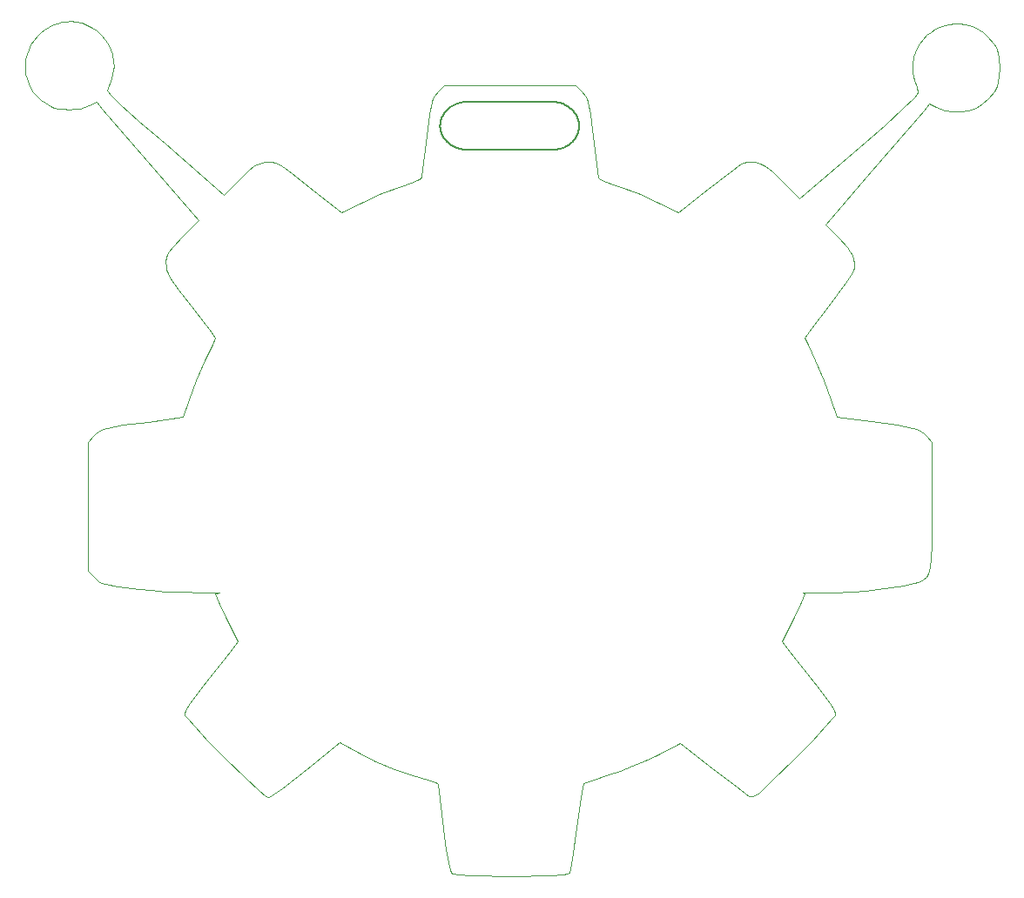
<source format=gbr>
G04 #@! TF.GenerationSoftware,KiCad,Pcbnew,5.0.0-rc2-dev-unknown-5e5e80d~64~ubuntu16.04.1*
G04 #@! TF.CreationDate,2018-05-04T15:58:43+02:00*
G04 #@! TF.ProjectId,ripolab_pcb,7269706F6C61625F7063622E6B696361,rev?*
G04 #@! TF.SameCoordinates,Original*
G04 #@! TF.FileFunction,Profile,NP*
%FSLAX46Y46*%
G04 Gerber Fmt 4.6, Leading zero omitted, Abs format (unit mm)*
G04 Created by KiCad (PCBNEW 5.0.0-rc2-dev-unknown-5e5e80d~64~ubuntu16.04.1) date Fri May  4 15:58:43 2018*
%MOMM*%
%LPD*%
G01*
G04 APERTURE LIST*
%ADD10C,0.200000*%
%ADD11C,0.100000*%
G04 APERTURE END LIST*
D10*
X140849299Y-61518477D02*
X140890094Y-61561019D01*
X140890094Y-61561019D02*
X140932009Y-61602665D01*
X151667746Y-57755182D02*
X151603558Y-57744366D01*
X140975023Y-61643395D02*
X141019115Y-61683194D01*
X140565798Y-58920195D02*
X140536035Y-58970014D01*
X152708645Y-58166919D02*
X152657585Y-58134145D01*
X151538841Y-62333606D02*
X151603558Y-62324171D01*
X141853970Y-62178971D02*
X141913158Y-62200253D01*
X141019115Y-58385086D02*
X140975023Y-58424872D01*
X140507602Y-61047556D02*
X140536035Y-61098109D01*
X152856157Y-58271494D02*
X152807952Y-58235611D01*
X142474739Y-57734935D02*
X142410027Y-57744366D01*
X153351091Y-58775248D02*
X153316202Y-58728494D01*
X142738458Y-57711417D02*
X142671840Y-57715131D01*
X141624618Y-57986701D02*
X141569237Y-58013942D01*
X152552761Y-58071831D02*
X152499038Y-58042324D01*
X153164596Y-58549753D02*
X153123789Y-58507223D01*
X153204262Y-61475054D02*
X153242766Y-61430770D01*
X140932009Y-61602665D02*
X140975023Y-61643395D01*
X151208067Y-57709176D02*
X151140622Y-57708425D01*
X153448193Y-58920195D02*
X153417108Y-58871116D01*
X140248370Y-60094572D02*
X140249444Y-60124704D01*
X153164596Y-61518477D02*
X153204262Y-61475054D01*
X153647925Y-60730051D02*
X153666456Y-60674931D01*
X153583540Y-60891740D02*
X153606446Y-60838473D01*
X153038834Y-61643395D02*
X153081861Y-61602665D01*
X152758774Y-61867598D02*
X152807952Y-61832721D01*
X141205840Y-58235611D02*
X141157647Y-58271494D01*
X141205840Y-61832721D02*
X141255006Y-61867598D01*
X141514680Y-62026081D02*
X141569237Y-62054475D01*
X141460969Y-61996562D02*
X141514680Y-62026081D01*
X152949567Y-58346249D02*
X152903370Y-58308380D01*
X152758774Y-58200747D02*
X152708645Y-58166919D01*
X140771154Y-61430770D02*
X140809645Y-61475054D01*
X153736180Y-60390942D02*
X153745390Y-60332589D01*
X152994729Y-58385086D02*
X152949567Y-58346249D01*
X153764674Y-60124704D02*
X153765749Y-60094572D01*
X140268719Y-60332589D02*
X140277926Y-60390942D01*
X151856927Y-57795769D02*
X151794452Y-57780901D01*
X141110448Y-58308380D02*
X141064264Y-58346249D01*
X153627914Y-60784571D02*
X153647925Y-60730051D01*
X152903370Y-61759926D02*
X152949567Y-61722044D01*
X151794452Y-62287618D02*
X151856927Y-62272743D01*
X152040590Y-62220289D02*
X152100486Y-62200253D01*
X152605617Y-58102444D02*
X152552761Y-58071831D01*
X153756149Y-60244168D02*
X153758909Y-60214466D01*
X151794452Y-57780901D02*
X151731384Y-57767366D01*
X151980017Y-62239060D02*
X152040590Y-62220289D01*
X141624618Y-62081727D02*
X141680804Y-62107820D01*
X141973045Y-57848199D02*
X141913158Y-57868226D01*
X142033609Y-57829436D02*
X141973045Y-57848199D01*
X142219151Y-62287618D02*
X142282212Y-62301159D01*
X152903370Y-58308380D02*
X152856157Y-58271494D01*
X153242766Y-58637434D02*
X153204262Y-58593162D01*
X142605666Y-57720300D02*
X142539959Y-57726907D01*
X140809645Y-61475054D02*
X140849299Y-61518477D01*
X140268719Y-59735428D02*
X140261139Y-59794256D01*
X153351091Y-61292920D02*
X153384734Y-61245362D01*
X153606446Y-59229601D02*
X153583540Y-59176343D01*
X140629235Y-61245362D02*
X140662866Y-61292920D01*
X153533501Y-59071803D02*
X153506411Y-59020556D01*
X140347620Y-60674931D02*
X140366144Y-60730051D01*
X152218163Y-57912000D02*
X152159684Y-57889498D01*
X140247723Y-60064338D02*
X140248370Y-60094572D01*
X140248370Y-59973436D02*
X140247723Y-60003670D01*
X140315095Y-60562961D02*
X140330597Y-60619229D01*
X141795500Y-62156460D02*
X141853970Y-62178971D01*
X141737771Y-62132737D02*
X141795500Y-62156460D01*
X140247507Y-60034004D02*
X140247723Y-60064338D01*
X153666456Y-59393119D02*
X153647925Y-59338006D01*
X141680804Y-57960618D02*
X141624618Y-57986701D01*
X140629235Y-58822794D02*
X140596872Y-58871116D01*
X140261139Y-60273758D02*
X140268719Y-60332589D01*
X153763174Y-60154731D02*
X153764674Y-60124704D01*
X141305122Y-58166919D02*
X141255006Y-58200747D01*
X151538841Y-57734935D02*
X151473617Y-57726907D01*
X153280086Y-58682550D02*
X153242766Y-58637434D01*
X153712961Y-59561884D02*
X153698995Y-59505075D01*
X153761252Y-59883357D02*
X153758909Y-59853545D01*
X141305122Y-61901438D02*
X141356169Y-61934224D01*
X152332881Y-57960618D02*
X152275903Y-57935712D01*
X153417108Y-61197029D02*
X153448193Y-61147939D01*
X140771154Y-58637434D02*
X140733846Y-58682550D01*
X141460969Y-58071831D02*
X141408125Y-58102444D01*
X140662866Y-58775248D02*
X140629235Y-58822794D01*
X152159684Y-57889498D02*
X152100486Y-57868226D01*
X140277926Y-59677078D02*
X140268719Y-59735428D01*
X153766396Y-60003670D02*
X153765749Y-59973436D01*
X141408125Y-61965938D02*
X141460969Y-61996562D01*
X152389077Y-57986701D02*
X152332881Y-57960618D01*
X151731384Y-57767366D02*
X151667746Y-57755182D01*
X140596872Y-61197029D02*
X140629235Y-61245362D01*
X153683486Y-59448814D02*
X153666456Y-59393119D01*
X151208067Y-62359379D02*
X151275110Y-62357137D01*
X153280086Y-61385641D02*
X153316202Y-61339685D01*
X152807952Y-58235611D02*
X152758774Y-58200747D01*
X140932009Y-58465590D02*
X140890094Y-58507223D01*
X140454815Y-60944354D02*
X140480522Y-60996299D01*
X141408125Y-58102444D02*
X141356169Y-58134145D01*
X151856927Y-62272743D02*
X151918789Y-62256551D01*
X152040590Y-57848199D02*
X151980017Y-57829436D01*
X153698995Y-59505075D02*
X153683486Y-59448814D01*
X153384734Y-61245362D02*
X153417108Y-61197029D01*
X141157647Y-61796825D02*
X141205840Y-61832721D01*
X153761252Y-60184653D02*
X153763174Y-60154731D01*
X142156683Y-57795769D02*
X142094829Y-57811953D01*
X152275903Y-57935712D02*
X152218163Y-57912000D01*
X152389077Y-62081727D02*
X152444470Y-62054475D01*
X152807952Y-61832721D02*
X152856157Y-61796825D01*
X153477968Y-61098109D02*
X153506411Y-61047556D01*
X141913158Y-57868226D02*
X141853970Y-57889498D01*
X140255207Y-59853545D02*
X140252865Y-59883357D01*
X151731384Y-62301159D02*
X151794452Y-62287618D01*
X140288738Y-60448800D02*
X140301135Y-60506146D01*
X140386146Y-59283495D02*
X140366144Y-59338006D01*
X141356169Y-58134145D02*
X141305122Y-58166919D01*
X140255207Y-60214466D02*
X140257966Y-60244168D01*
X153666456Y-60674931D02*
X153683486Y-60619229D01*
X142033609Y-62239060D02*
X142094829Y-62256551D01*
X141973045Y-62220289D02*
X142033609Y-62239060D01*
X142539959Y-57726907D02*
X142474739Y-57734935D01*
X142094829Y-57811953D02*
X142033609Y-57829436D01*
X140366144Y-60730051D02*
X140386146Y-60784571D01*
X153712961Y-60506146D02*
X153725363Y-60448800D01*
X153606446Y-60838473D02*
X153627914Y-60784571D01*
X141255006Y-58200747D02*
X141205840Y-58235611D01*
X140536035Y-58970014D02*
X140507602Y-59020556D01*
X153533501Y-60996299D02*
X153559218Y-60944354D01*
X153038834Y-58424872D02*
X152994729Y-58385086D01*
X141913158Y-62200253D02*
X141973045Y-62220289D01*
X153506411Y-61047556D02*
X153533501Y-60996299D01*
X140249444Y-59943305D02*
X140248370Y-59973436D01*
X151140622Y-57708425D02*
X142872944Y-57708425D01*
X151341730Y-62353421D02*
X151407906Y-62348249D01*
X153081861Y-61602665D02*
X153123789Y-61561019D01*
X142094829Y-62256551D02*
X142156683Y-62272743D01*
X152949567Y-61722044D02*
X152994729Y-61683194D01*
X140536035Y-61098109D02*
X140565798Y-61147939D01*
X140315095Y-59505075D02*
X140301135Y-59561884D01*
X151603558Y-62324171D02*
X151667746Y-62313350D01*
X153766612Y-60034004D02*
X153766396Y-60003670D01*
X153736180Y-59677078D02*
X153725363Y-59619225D01*
X153081861Y-58465590D02*
X153038834Y-58424872D01*
X153765749Y-60094572D02*
X153766396Y-60064338D01*
X142805500Y-62359379D02*
X142872944Y-62360130D01*
X140480522Y-59071803D02*
X140454815Y-59123738D01*
X140733846Y-61385641D02*
X140771154Y-61430770D01*
X153559218Y-60944354D02*
X153583540Y-60891740D01*
X152552761Y-61996562D02*
X152605617Y-61965938D01*
X140347620Y-59393119D02*
X140330597Y-59448814D01*
X152444470Y-62054475D02*
X152499038Y-62026081D01*
X142282212Y-62301159D02*
X142345844Y-62313350D01*
X153758909Y-59853545D02*
X153756149Y-59823844D01*
X142671840Y-62353421D02*
X142738458Y-62357137D01*
X141110448Y-61759926D02*
X141157647Y-61796825D01*
X151275110Y-57711417D02*
X151208067Y-57709176D01*
X152100486Y-62200253D02*
X152159684Y-62178971D01*
X140733846Y-58682550D02*
X140697743Y-58728494D01*
X152994729Y-61683194D02*
X153038834Y-61643395D01*
X142605666Y-62348249D02*
X142671840Y-62353421D01*
X153766396Y-60064338D02*
X153766612Y-60034004D01*
X151918789Y-57811953D02*
X151856927Y-57795769D01*
X153123789Y-58507223D02*
X153081861Y-58465590D01*
X140288738Y-59619225D02*
X140277926Y-59677078D01*
X151407906Y-62348249D02*
X151473617Y-62341638D01*
X153627914Y-59283495D02*
X153606446Y-59229601D01*
X153384734Y-58822794D02*
X153351091Y-58775248D01*
X141514680Y-58042324D02*
X141460969Y-58071831D01*
X141064264Y-58346249D02*
X141019115Y-58385086D01*
X152657585Y-61934224D02*
X152708645Y-61901438D01*
X152499038Y-58042324D02*
X152444470Y-58013942D01*
X140277926Y-60390942D02*
X140288738Y-60448800D01*
X141569237Y-62054475D02*
X141624618Y-62081727D01*
X152275903Y-62132737D02*
X152332881Y-62107820D01*
X142539959Y-62341638D02*
X142605666Y-62348249D01*
X140257966Y-59823844D02*
X140255207Y-59853545D01*
X142738458Y-62357137D02*
X142805500Y-62359379D01*
X140252865Y-60184653D02*
X140255207Y-60214466D01*
X140480522Y-60996299D02*
X140507602Y-61047556D01*
X153756149Y-59823844D02*
X153752974Y-59794256D01*
X141680804Y-62107820D02*
X141737771Y-62132737D01*
X152657585Y-58134145D02*
X152605617Y-58102444D01*
X140430503Y-59176343D02*
X140407606Y-59229601D01*
X141157647Y-58271494D02*
X141110448Y-58308380D01*
X151473617Y-57726907D02*
X151407906Y-57720300D01*
X152100486Y-57868226D02*
X152040590Y-57848199D01*
X153752974Y-60273758D02*
X153756149Y-60244168D01*
X142872944Y-62360130D02*
X151140622Y-62360130D01*
X140247723Y-60003670D02*
X140247507Y-60034004D01*
X140975023Y-58424872D02*
X140932009Y-58465590D01*
X153448193Y-61147939D02*
X153477968Y-61098109D01*
X151473617Y-62341638D02*
X151538841Y-62333606D01*
X151603558Y-57744366D02*
X151538841Y-57734935D01*
X140301135Y-59561884D02*
X140288738Y-59619225D01*
X153725363Y-60448800D02*
X153736180Y-60390942D01*
X152499038Y-62026081D02*
X152552761Y-61996562D01*
X152708645Y-61901438D02*
X152758774Y-61867598D01*
X140249444Y-60124704D02*
X140250943Y-60154731D01*
X142345844Y-62313350D02*
X142410027Y-62324171D01*
X152159684Y-62178971D02*
X152218163Y-62156460D01*
X153417108Y-58871116D02*
X153384734Y-58822794D01*
X152605617Y-61965938D02*
X152657585Y-61934224D01*
X153204262Y-58593162D02*
X153164596Y-58549753D01*
X153683486Y-60619229D02*
X153698995Y-60562961D01*
X153765749Y-59973436D02*
X153764674Y-59943305D01*
X140330597Y-60619229D02*
X140347620Y-60674931D01*
X151667746Y-62313350D02*
X151731384Y-62301159D01*
X140407606Y-59229601D02*
X140386146Y-59283495D01*
X152856157Y-61796825D02*
X152903370Y-61759926D01*
X152218163Y-62156460D02*
X152275903Y-62132737D01*
X153725363Y-59619225D02*
X153712961Y-59561884D01*
X151275110Y-62357137D02*
X151341730Y-62353421D01*
X141255006Y-61867598D02*
X141305122Y-61901438D01*
X153477968Y-58970014D02*
X153448193Y-58920195D01*
X140261139Y-59794256D02*
X140257966Y-59823844D01*
X142474739Y-62333606D02*
X142539959Y-62341638D01*
X142410027Y-62324171D02*
X142474739Y-62333606D01*
X140250943Y-59913277D02*
X140249444Y-59943305D01*
X140890094Y-58507223D02*
X140849299Y-58549753D01*
X140565798Y-61147939D02*
X140596872Y-61197029D01*
X140430503Y-60891740D02*
X140454815Y-60944354D01*
X142219151Y-57780901D02*
X142156683Y-57795769D01*
X142156683Y-62272743D02*
X142219151Y-62287618D01*
X153764674Y-59943305D02*
X153763174Y-59913277D01*
X140849299Y-58549753D02*
X140809645Y-58593162D01*
X140697743Y-61339685D02*
X140733846Y-61385641D01*
X140250943Y-60154731D02*
X140252865Y-60184653D01*
X141019115Y-61683194D02*
X141064264Y-61722044D01*
X153506411Y-59020556D02*
X153477968Y-58970014D01*
X142345844Y-57755182D02*
X142282212Y-57767366D01*
X140252865Y-59883357D02*
X140250943Y-59913277D01*
X142410027Y-57744366D02*
X142345844Y-57755182D01*
X140507602Y-59020556D02*
X140480522Y-59071803D01*
X141737771Y-57935712D02*
X141680804Y-57960618D01*
X151918789Y-62256551D02*
X151980017Y-62239060D01*
X153763174Y-59913277D02*
X153761252Y-59883357D01*
X142872944Y-57708425D02*
X142872944Y-57708425D01*
X140366144Y-59338006D02*
X140347620Y-59393119D01*
X153752974Y-59794256D02*
X153745390Y-59735428D01*
X141356169Y-61934224D02*
X141408125Y-61965938D01*
X153758909Y-60214466D02*
X153761252Y-60184653D01*
X153745390Y-59735428D02*
X153736180Y-59677078D01*
X140596872Y-58871116D02*
X140565798Y-58920195D01*
X142282212Y-57767366D02*
X142219151Y-57780901D01*
X153583540Y-59176343D02*
X153559218Y-59123738D01*
X153698995Y-60562961D02*
X153712961Y-60506146D01*
X140301135Y-60506146D02*
X140315095Y-60562961D01*
X140697743Y-58728494D02*
X140662866Y-58775248D01*
X151980017Y-57829436D02*
X151918789Y-57811953D01*
X151341730Y-57715131D02*
X151275110Y-57711417D01*
X151407906Y-57720300D02*
X151341730Y-57715131D01*
X153647925Y-59338006D02*
X153627914Y-59283495D01*
X153316202Y-58728494D02*
X153280086Y-58682550D01*
X140330597Y-59448814D02*
X140315095Y-59505075D01*
X141569237Y-58013942D02*
X141514680Y-58042324D01*
X153316202Y-61339685D02*
X153351091Y-61292920D01*
X140454815Y-59123738D02*
X140430503Y-59176343D01*
X142671840Y-57715131D02*
X142605666Y-57720300D01*
X142872944Y-57708425D02*
X142805500Y-57709176D01*
X153242766Y-61430770D02*
X153280086Y-61385641D01*
X140257966Y-60244168D02*
X140261139Y-60273758D01*
X140662866Y-61292920D02*
X140697743Y-61339685D01*
X141064264Y-61722044D02*
X141110448Y-61759926D01*
X140386146Y-60784571D02*
X140407606Y-60838473D01*
X141853970Y-57889498D02*
X141795500Y-57912000D01*
X153123789Y-61561019D02*
X153164596Y-61518477D01*
X153745390Y-60332589D02*
X153752974Y-60273758D01*
X152444470Y-58013942D02*
X152389077Y-57986701D01*
X151140622Y-62360130D02*
X151208067Y-62359379D01*
X152332881Y-62107820D02*
X152389077Y-62081727D01*
X153559218Y-59123738D02*
X153533501Y-59071803D01*
X140809645Y-58593162D02*
X140771154Y-58637434D01*
X140407606Y-60838473D02*
X140430503Y-60891740D01*
X142805500Y-57709176D02*
X142738458Y-57711417D01*
X141795500Y-57912000D02*
X141737771Y-57935712D01*
D11*
X104294867Y-49875501D02*
X104294867Y-49875501D01*
X104850704Y-49920984D02*
X104294867Y-49875501D01*
X105395680Y-50037908D02*
X104850704Y-49920984D01*
X105921936Y-50225228D02*
X105395680Y-50037908D01*
X106421615Y-50481902D02*
X105921936Y-50225228D01*
X106886856Y-50806883D02*
X106421615Y-50481902D01*
X107309803Y-51199128D02*
X106886856Y-50806883D01*
X107682597Y-51657594D02*
X107309803Y-51199128D01*
X107997380Y-52181235D02*
X107682597Y-51657594D01*
X108335296Y-53009596D02*
X107997380Y-52181235D01*
X108498511Y-53822304D02*
X108335296Y-53009596D01*
X108514453Y-54221246D02*
X108498511Y-53822304D01*
X108486539Y-54614428D02*
X108514453Y-54221246D01*
X108414706Y-55001230D02*
X108486539Y-54614428D01*
X108298894Y-55381039D02*
X108414706Y-55001230D01*
X107876663Y-56570562D02*
X108298894Y-55381039D01*
X107936361Y-56716739D02*
X107876663Y-56570562D01*
X108170037Y-56998880D02*
X107936361Y-56716739D01*
X109179169Y-57989441D02*
X108170037Y-56998880D01*
X110943750Y-59579009D02*
X109179169Y-57989441D01*
X113503469Y-61804351D02*
X110943750Y-59579009D01*
X119229493Y-66730011D02*
X113503469Y-61804351D01*
X120760218Y-65208105D02*
X119229493Y-66730011D01*
X121605718Y-64392164D02*
X120760218Y-65208105D01*
X122190311Y-63919336D02*
X121605718Y-64392164D01*
X122671569Y-63684785D02*
X122190311Y-63919336D01*
X123207063Y-63583674D02*
X122671569Y-63684785D01*
X123572605Y-63547489D02*
X123207063Y-63583674D01*
X123888228Y-63553347D02*
X123572605Y-63547489D01*
X124210899Y-63634407D02*
X123888228Y-63553347D01*
X124597585Y-63823824D02*
X124210899Y-63634407D01*
X125105252Y-64154753D02*
X124597585Y-63823824D01*
X125790867Y-64660350D02*
X125105252Y-64154753D01*
X127923812Y-66328174D02*
X125790867Y-64660350D01*
X130623112Y-68455866D02*
X127923812Y-66328174D01*
X132603079Y-67495648D02*
X130623112Y-68455866D01*
X134572081Y-66629630D02*
X132603079Y-67495648D01*
X136524975Y-65896573D02*
X134572081Y-66629630D01*
X137404831Y-65589322D02*
X136524975Y-65896573D01*
X138009006Y-65334515D02*
X137404831Y-65589322D01*
X138357613Y-65122198D02*
X138009006Y-65334515D01*
X138442364Y-65028864D02*
X138357613Y-65122198D01*
X138470764Y-64942419D02*
X138442364Y-65028864D01*
X138940399Y-60974220D02*
X138470764Y-64942419D01*
X139216932Y-58886074D02*
X138940399Y-60974220D01*
X139427729Y-57726059D02*
X139216932Y-58886074D01*
X139538400Y-57377152D02*
X139427729Y-57726059D01*
X139668541Y-57119940D02*
X139538400Y-57377152D01*
X140035113Y-56693483D02*
X139668541Y-57119940D01*
X140664051Y-56063995D02*
X140035113Y-56693483D01*
X147028933Y-56063995D02*
X140664051Y-56063995D01*
X153392714Y-56063995D02*
X147028933Y-56063995D01*
X154006217Y-56676946D02*
X153392714Y-56063995D01*
X154362853Y-57097815D02*
X154006217Y-56676946D01*
X154490956Y-57359147D02*
X154362853Y-57097815D01*
X154601302Y-57717184D02*
X154490956Y-57359147D01*
X154815890Y-58911698D02*
X154601302Y-57717184D01*
X155100929Y-61058005D02*
X154815890Y-58911698D01*
X155587102Y-65042189D02*
X155100929Y-61058005D01*
X155741703Y-65176579D02*
X155587102Y-65042189D01*
X156160030Y-65382412D02*
X155741703Y-65176579D01*
X157532341Y-65896573D02*
X156160030Y-65382412D01*
X159481274Y-66627882D02*
X157532341Y-65896573D01*
X161441009Y-67489585D02*
X159481274Y-66627882D01*
X163408845Y-68443739D02*
X161441009Y-67489585D01*
X166249260Y-66204151D02*
X163408845Y-68443739D01*
X168386833Y-64552280D02*
X166249260Y-66204151D01*
X169537259Y-63725336D02*
X168386833Y-64552280D01*
X169782967Y-63637492D02*
X169537259Y-63725336D01*
X170111282Y-63582679D02*
X169782967Y-63637492D01*
X170876160Y-63586430D02*
X170111282Y-63582679D01*
X171404568Y-63691254D02*
X170876160Y-63586430D01*
X171902086Y-63949406D02*
X171404568Y-63691254D01*
X172539694Y-64479583D02*
X171902086Y-63949406D01*
X173488370Y-65400479D02*
X172539694Y-64479583D01*
X175210366Y-67113656D02*
X173488370Y-65400479D01*
X180981590Y-62136182D02*
X175210366Y-67113656D01*
X183477704Y-59959035D02*
X180981590Y-62136182D01*
X185277921Y-58334764D02*
X183477704Y-59959035D01*
X186364646Y-57279741D02*
X185277921Y-58334764D01*
X186634953Y-56970815D02*
X186364646Y-57279741D01*
X186720291Y-56810340D02*
X186634953Y-56970815D01*
X186601326Y-56305378D02*
X186720291Y-56810340D01*
X186360348Y-55580028D02*
X186601326Y-56305378D01*
X186246127Y-55210788D02*
X186360348Y-55580028D01*
X186173474Y-54831621D02*
X186246127Y-55210788D01*
X186152138Y-54052919D02*
X186173474Y-54831621D01*
X186294852Y-53262764D02*
X186152138Y-54052919D01*
X186600132Y-52479993D02*
X186294852Y-53262764D01*
X186872299Y-52009632D02*
X186600132Y-52479993D01*
X187191108Y-51588017D02*
X186872299Y-52009632D01*
X187551020Y-51216081D02*
X187191108Y-51588017D01*
X187946496Y-50894758D02*
X187551020Y-51216081D01*
X188371996Y-50624980D02*
X187946496Y-50894758D01*
X188821983Y-50407681D02*
X188371996Y-50624980D01*
X189290918Y-50243793D02*
X188821983Y-50407681D01*
X189773261Y-50134251D02*
X189290918Y-50243793D01*
X190263472Y-50079987D02*
X189773261Y-50134251D01*
X190756018Y-50081934D02*
X190263472Y-50079987D01*
X191245357Y-50141025D02*
X190756018Y-50081934D01*
X191725948Y-50258193D02*
X191245357Y-50141025D01*
X192192255Y-50434371D02*
X191725948Y-50258193D01*
X192638739Y-50670493D02*
X192192255Y-50434371D01*
X193059863Y-50967492D02*
X192638739Y-50670493D01*
X193450083Y-51326300D02*
X193059863Y-50967492D01*
X194066493Y-52031487D02*
X193450083Y-51326300D01*
X194271556Y-52342746D02*
X194066493Y-52031487D01*
X194419593Y-52657527D02*
X194271556Y-52342746D01*
X194519406Y-52999141D02*
X194419593Y-52657527D01*
X194579804Y-53390896D02*
X194519406Y-52999141D01*
X194617557Y-54418067D02*
X194579804Y-53390896D01*
X194598310Y-55200068D02*
X194617557Y-54418067D01*
X194523270Y-55761684D02*
X194598310Y-55200068D01*
X194366532Y-56216763D02*
X194523270Y-55761684D01*
X194102180Y-56679152D02*
X194366532Y-56216763D01*
X193590647Y-57336623D02*
X194102180Y-56679152D01*
X192997497Y-57868713D02*
X193590647Y-57336623D01*
X192336462Y-58271651D02*
X192997497Y-57868713D01*
X191621269Y-58541664D02*
X192336462Y-58271651D01*
X190865653Y-58674982D02*
X191621269Y-58541664D01*
X190083341Y-58667833D02*
X190865653Y-58674982D01*
X189288067Y-58516444D02*
X190083341Y-58667833D01*
X188493564Y-58217044D02*
X189288067Y-58516444D01*
X187820531Y-57897339D02*
X188493564Y-58217044D01*
X187258291Y-58573680D02*
X187820531Y-57897339D01*
X182211365Y-64427035D02*
X187258291Y-58573680D01*
X177727229Y-69604049D02*
X182211365Y-64427035D01*
X179010457Y-70909878D02*
X177727229Y-69604049D01*
X179827755Y-71832752D02*
X179010457Y-70909878D01*
X180108487Y-72240997D02*
X179827755Y-71832752D01*
X180309715Y-72627192D02*
X180108487Y-72240997D01*
X180435766Y-73001396D02*
X180309715Y-72627192D01*
X180490966Y-73373673D02*
X180435766Y-73001396D01*
X180479649Y-73754080D02*
X180490966Y-73373673D01*
X180406139Y-74152677D02*
X180479649Y-73754080D01*
X180177748Y-74573521D02*
X180406139Y-74152677D01*
X179646515Y-75358356D02*
X180177748Y-74573521D01*
X177992365Y-77571314D02*
X179646515Y-75358356D01*
X176374394Y-79684108D02*
X177992365Y-77571314D01*
X175701514Y-80648749D02*
X176374394Y-79684108D01*
X175986118Y-81360534D02*
X175701514Y-80648749D01*
X176670552Y-82865735D02*
X175986118Y-81360534D01*
X177517182Y-84824961D02*
X176670552Y-82865735D01*
X178191355Y-86628333D02*
X177517182Y-84824961D01*
X178783361Y-88372376D02*
X178191355Y-86628333D01*
X182190971Y-88822167D02*
X178783361Y-88372376D01*
X184675029Y-89139724D02*
X182190971Y-88822167D01*
X186166269Y-89420473D02*
X184675029Y-89139724D01*
X186646157Y-89575176D02*
X186166269Y-89420473D01*
X187005728Y-89754435D02*
X186646157Y-89575176D01*
X187287617Y-89969500D02*
X187005728Y-89754435D01*
X187534454Y-90231625D02*
X187287617Y-89969500D01*
X188046532Y-90840720D02*
X187534454Y-90231625D01*
X188046532Y-96908497D02*
X188046532Y-90840720D01*
X188022289Y-100834341D02*
X188046532Y-96908497D01*
X187972025Y-102083519D02*
X188022289Y-100834341D01*
X187878607Y-102964134D02*
X187972025Y-102083519D01*
X187728733Y-103556637D02*
X187878607Y-102964134D01*
X187509110Y-103941478D02*
X187728733Y-103556637D01*
X187206433Y-104199110D02*
X187509110Y-103941478D01*
X186807410Y-104409984D02*
X187206433Y-104199110D01*
X186288996Y-104563936D02*
X186807410Y-104409984D01*
X185365111Y-104751710D02*
X186288996Y-104563936D01*
X182823776Y-105133731D02*
X185365111Y-104751710D01*
X181650008Y-105266599D02*
X182823776Y-105133731D01*
X180303108Y-105366884D02*
X181650008Y-105266599D01*
X178389260Y-105438788D02*
X180303108Y-105366884D01*
X175514660Y-105486509D02*
X178389260Y-105438788D01*
X175651617Y-105527739D02*
X175514660Y-105486509D01*
X175701523Y-105575254D02*
X175651617Y-105527739D01*
X175377173Y-106378419D02*
X175701523Y-105575254D01*
X174597438Y-107984616D02*
X175377173Y-106378419D01*
X173493354Y-110163019D02*
X174597438Y-107984616D01*
X174274426Y-111188279D02*
X173493354Y-110163019D01*
X176868447Y-114503289D02*
X174274426Y-111188279D01*
X178149933Y-116239529D02*
X176868447Y-114503289D01*
X178540447Y-116860285D02*
X178149933Y-116239529D01*
X178684702Y-117198178D02*
X178540447Y-116860285D01*
X178621024Y-117355353D02*
X178684702Y-117198178D01*
X178429816Y-117627622D02*
X178621024Y-117355353D01*
X177673483Y-118508017D02*
X178429816Y-117627622D01*
X176433054Y-119820488D02*
X177673483Y-118508017D01*
X174725872Y-121546167D02*
X176433054Y-119820488D01*
X172505630Y-123740501D02*
X174725872Y-121546167D01*
X171264013Y-124890738D02*
X172505630Y-123740501D01*
X170899181Y-125166881D02*
X171264013Y-124890738D01*
X170645796Y-125293074D02*
X170899181Y-125166881D01*
X170459454Y-125306338D02*
X170645796Y-125293074D01*
X170295756Y-125243710D02*
X170459454Y-125306338D01*
X169051534Y-124348944D02*
X170295756Y-125243710D01*
X166717816Y-122544960D02*
X169051534Y-124348944D01*
X163608410Y-120093705D02*
X166717816Y-122544960D01*
X161267953Y-121280472D02*
X163608410Y-120093705D01*
X160176453Y-121798942D02*
X161267953Y-121280472D01*
X158934729Y-122333093D02*
X160176453Y-121798942D01*
X157695587Y-122820076D02*
X158934729Y-122333093D01*
X156611836Y-123197046D02*
X157695587Y-122820076D01*
X154936918Y-123746818D02*
X156611836Y-123197046D01*
X154161685Y-124043712D02*
X154936918Y-123746818D01*
X154069663Y-124416635D02*
X154161685Y-124043712D01*
X153918454Y-125345748D02*
X154069663Y-124416635D01*
X153522274Y-128312324D02*
X153918454Y-125345748D01*
X153097518Y-131326307D02*
X153522274Y-128312324D01*
X152915451Y-132306767D02*
X153097518Y-131326307D01*
X152785851Y-132742442D02*
X152915451Y-132306767D01*
X152610936Y-132810387D02*
X152785851Y-132742442D01*
X152225745Y-132869885D02*
X152610936Y-132810387D01*
X150943409Y-132963222D02*
X152225745Y-132869885D01*
X147162974Y-133045094D02*
X150943409Y-132963222D01*
X143346401Y-132983082D02*
X147162974Y-133045094D01*
X142018890Y-132896564D02*
X143346401Y-132983082D01*
X141604337Y-132839154D02*
X142018890Y-132896564D01*
X141395537Y-132772208D02*
X141604337Y-132839154D01*
X141301168Y-132660595D02*
X141395537Y-132772208D01*
X141210569Y-132459723D02*
X141301168Y-132660595D01*
X141027455Y-131721057D02*
X141210569Y-132459723D01*
X140819745Y-130417938D02*
X141027455Y-131721057D01*
X140560998Y-128412095D02*
X140819745Y-130417938D01*
X140059393Y-124114821D02*
X140560998Y-128412095D01*
X139980972Y-124024953D02*
X140059393Y-124114821D01*
X139767454Y-123916995D02*
X139980972Y-124024953D01*
X139065550Y-123700858D02*
X139767454Y-123916995D01*
X137588439Y-123270827D02*
X139065550Y-123700858D01*
X135811463Y-122620285D02*
X137588439Y-123270827D01*
X133979773Y-121846090D02*
X135811463Y-122620285D01*
X132338521Y-121045101D02*
X133979773Y-121846090D01*
X130490846Y-120058977D02*
X132338521Y-121045101D01*
X127260725Y-122618270D02*
X130490846Y-120058977D01*
X124867543Y-124468463D02*
X127260725Y-122618270D01*
X123649714Y-125322532D02*
X124867543Y-124468463D01*
X123506461Y-125324507D02*
X123649714Y-125322532D01*
X123293868Y-125229430D02*
X123506461Y-125324507D01*
X122571892Y-124670480D02*
X123293868Y-125229430D01*
X121306241Y-123490560D02*
X122571892Y-124670480D01*
X119319367Y-121534559D02*
X121306241Y-123490560D01*
X117617425Y-119814090D02*
X119319367Y-121534559D01*
X116380610Y-118505209D02*
X117617425Y-119814090D01*
X115626360Y-117626902D02*
X116380610Y-118505209D01*
X115435647Y-117355142D02*
X115626360Y-117626902D01*
X115372114Y-117198147D02*
X115435647Y-117355142D01*
X115516408Y-116860254D02*
X115372114Y-117198147D01*
X115906917Y-116239498D02*
X115516408Y-116860254D01*
X117188369Y-114503258D02*
X115906917Y-116239498D01*
X119782939Y-111188248D02*
X117188369Y-114503258D01*
X120563460Y-110162988D02*
X119782939Y-111188248D01*
X119459376Y-107984585D02*
X120563460Y-110162988D01*
X118679917Y-106378388D02*
X119459376Y-107984585D01*
X118355843Y-105575223D02*
X118679917Y-106378388D01*
X118466271Y-105504210D02*
X118355843Y-105575223D01*
X118793508Y-105447893D02*
X118466271Y-105504210D01*
X113512064Y-105335489D02*
X118793508Y-105447893D01*
X112077909Y-105246725D02*
X113512064Y-105335489D01*
X110988299Y-105130943D02*
X112077909Y-105246725D01*
X108852367Y-104848845D02*
X110988299Y-105130943D01*
X107667064Y-104624645D02*
X108852367Y-104848845D01*
X107308174Y-104500574D02*
X107667064Y-104624645D01*
X107039672Y-104350562D02*
X107308174Y-104500574D01*
X106577475Y-103918821D02*
X107039672Y-104350562D01*
X106010274Y-103312484D02*
X106577475Y-103918821D01*
X106010274Y-97076586D02*
X106010274Y-103312484D01*
X106010274Y-90840689D02*
X106010274Y-97076586D01*
X106522904Y-90231594D02*
X106010274Y-90840689D01*
X106770131Y-89969169D02*
X106522904Y-90231594D01*
X107052522Y-89753902D02*
X106770131Y-89969169D01*
X107412489Y-89574640D02*
X107052522Y-89753902D01*
X107892441Y-89420233D02*
X107412489Y-89574640D01*
X109381946Y-89141398D02*
X107892441Y-89420233D01*
X111860322Y-88828201D02*
X109381946Y-89141398D01*
X115267935Y-88378410D02*
X111860322Y-88828201D01*
X115866003Y-86628302D02*
X115267935Y-88378410D01*
X116539899Y-84824930D02*
X115866003Y-86628302D01*
X117386255Y-82865704D02*
X116539899Y-84824930D01*
X118070962Y-81362633D02*
X117386255Y-82865704D01*
X118355843Y-80655884D02*
X118070962Y-81362633D01*
X117762330Y-79802492D02*
X118355843Y-80655884D01*
X116335639Y-77947211D02*
X117762330Y-79802492D01*
X114815580Y-75986342D02*
X116335639Y-77947211D01*
X113988856Y-74794755D02*
X114815580Y-75986342D01*
X113770065Y-74377574D02*
X113988856Y-74794755D01*
X113646092Y-74020879D02*
X113770065Y-74377574D01*
X113590764Y-73680717D02*
X113646092Y-74020879D01*
X113577908Y-73313145D02*
X113590764Y-73680717D01*
X113615332Y-72792854D02*
X113577908Y-73313145D01*
X113685207Y-72567025D02*
X113615332Y-72792854D01*
X113809370Y-72332166D02*
X113685207Y-72567025D01*
X114281108Y-71739649D02*
X113809370Y-72332166D01*
X115151628Y-70823858D02*
X114281108Y-71739649D01*
X116725899Y-69206041D02*
X115151628Y-70823858D01*
X112342635Y-64128245D02*
X116725899Y-69206041D01*
X107396580Y-58374661D02*
X112342635Y-64128245D01*
X106833790Y-57698319D02*
X107396580Y-58374661D01*
X106073664Y-58075902D02*
X106833790Y-57698319D01*
X105674320Y-58231854D02*
X106073664Y-58075902D01*
X105206287Y-58345074D02*
X105674320Y-58231854D01*
X104693976Y-58415319D02*
X105206287Y-58345074D01*
X104161798Y-58442345D02*
X104693976Y-58415319D01*
X103634165Y-58425908D02*
X104161798Y-58442345D01*
X103135488Y-58365765D02*
X103634165Y-58425908D01*
X102690177Y-58261672D02*
X103135488Y-58365765D01*
X102322644Y-58113384D02*
X102690177Y-58261672D01*
X101844870Y-57825679D02*
X102322644Y-58113384D01*
X101416856Y-57499763D02*
X101844870Y-57825679D01*
X101039362Y-57139810D02*
X101416856Y-57499763D01*
X100713150Y-56749994D02*
X101039362Y-57139810D01*
X100438978Y-56334490D02*
X100713150Y-56749994D01*
X100217608Y-55897471D02*
X100438978Y-56334490D01*
X100049799Y-55443113D02*
X100217608Y-55897471D01*
X99936313Y-54975589D02*
X100049799Y-55443113D01*
X99877908Y-54499072D02*
X99936313Y-54975589D01*
X99875346Y-54017739D02*
X99877908Y-54499072D01*
X99929387Y-53535762D02*
X99875346Y-54017739D01*
X100040791Y-53057317D02*
X99929387Y-53535762D01*
X100210318Y-52586577D02*
X100040791Y-53057317D01*
X100438729Y-52127716D02*
X100210318Y-52586577D01*
X100726784Y-51684909D02*
X100438729Y-52127716D01*
X101075243Y-51262330D02*
X100726784Y-51684909D01*
X101419514Y-50926976D02*
X101075243Y-51262330D01*
X101787791Y-50638862D02*
X101419514Y-50926976D01*
X102176384Y-50397511D02*
X101787791Y-50638862D01*
X102581600Y-50202445D02*
X102176384Y-50397511D01*
X102999751Y-50053186D02*
X102581600Y-50202445D01*
X103427143Y-49949256D02*
X102999751Y-50053186D01*
X103860087Y-49890177D02*
X103427143Y-49949256D01*
X104294891Y-49875471D02*
X103860087Y-49890177D01*
M02*

</source>
